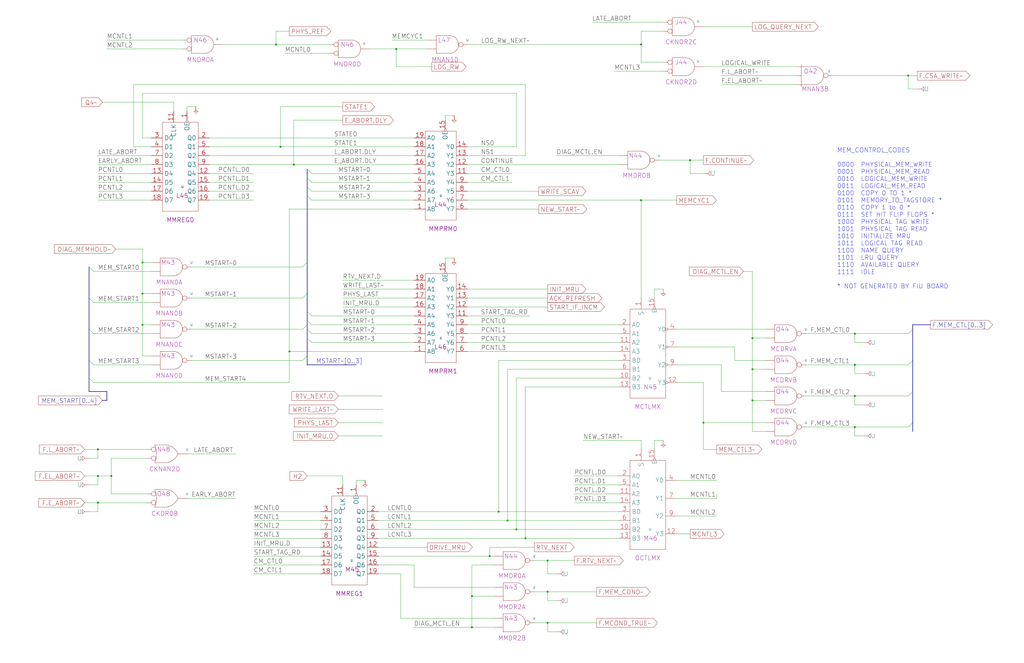
<source format=kicad_sch>
(kicad_sch (version 20220404) (generator eeschema)
  (paper "User" 584.2 378.46)
  (title_block (title "MEMORY WRITE MONITOR") (date "20-MAR-90") (rev "1.0") (comment 1 "FIU") (comment 2 "232-003065") (comment 3 "S400") (comment 4 "RELEASED"))
  (lib_symbols
    (symbol "r1000:F00" (pin_numbers hide) (pin_names hide)
      (property "Reference" "U" (at 15.24 0 0))
      (property "Value" "F00" (at 1.905 -5.08 0))
      (property "Location" "___" (at 1.905 0 0))
      (property "Name" "______" (at 2.54 -12.7 0))
      (symbol "F00_1_1"
        (pin input line (at -7.62 0 0) (length 5.08) (name "D0") (number "1"))
        (pin input line (at -7.62 -5.08 0) (length 5.08) (name "D1") (number "2"))
        (pin output line (at 15.24 -2.54 180) (length 2.54) (name "Q") (number "3"))
      )
      (symbol "F00_1_2"
        (pin input line (at -7.62 0 0) (length 2.54) (name "D0") (number "1"))
        (pin input line (at -7.62 -5.08 0) (length 2.54) (name "D1") (number "2"))
        (pin output line (at 15.24 -2.54 180) (length 5.08) (name "Q") (number "3"))
      )
    )
    (symbol "r1000:F02" (pin_numbers hide) (pin_names hide)
      (property "Reference" "U" (at 12.16 0.635 0))
      (property "Value" "F02" (at -1.27 -4.445 0))
      (property "Location" "___" (at 2.54 0 0))
      (property "Name" "______" (at 2.54 -12.7 0))
      (symbol "F02_1_1"
        (pin input line (at -7.62 0 0) (length 2.54) (name "D0") (number "1"))
        (pin input line (at -7.62 -5.08 0) (length 2.54) (name "D1") (number "2"))
        (pin output line (at 15.24 -2.54 180) (length 1.27) (name "Q") (number "3"))
      )
      (symbol "F02_1_2"
        (pin input line (at -7.62 0 0) (length 2.54) (name "D0") (number "1"))
        (pin input line (at -7.62 -5.08 0) (length 2.54) (name "D1") (number "2"))
        (pin output line (at 15.24 -2.54 180) (length 2.54) (name "Q") (number "3"))
      )
    )
    (symbol "r1000:F10" (pin_numbers hide) (pin_names hide)
      (property "Reference" "U" (at 13.335 0 0))
      (property "Value" "F10" (at 5.715 -5.08 0))
      (property "Location" "___" (at -1.27 0 0))
      (property "Name" "______" (at -2.54 -10.16 0))
      (symbol "F10_1_1"
        (pin input line (at -5.08 2.54 0) (length 2.54) (name "D0") (number "1"))
        (pin input line (at -5.08 -2.54 0) (length 2.54) (name "D1") (number "2"))
        (pin input line (at -5.08 -7.62 0) (length 2.54) (name "D2") (number "3"))
        (pin output line (at 15.24 -2.54 180) (length 2.54) (name "Q") (number "4"))
      )
      (symbol "F10_1_2"
        (pin input line (at -5.08 2.54 0) (length 0) (name "D0") (number "1"))
        (pin input line (at -5.08 -2.54 0) (length 0) (name "D1") (number "2"))
        (pin input line (at -5.08 -7.62 0) (length 0) (name "D2") (number "3"))
        (pin output line (at 15.24 -2.54 180) (length 2.54) (name "Q") (number "4"))
      )
    )
    (symbol "r1000:F157" (pin_names (offset 1.016))
      (property "Reference" "U" (at 2.54 5.08 0))
      (property "Value" "F157" (at -3.81 -5.08 0))
      (property "Location" "___" (at -1.27 0 0))
      (property "Name" "______" (at 1.27 -12.7 0))
      (symbol "F157_1_1"
        (pin input line (at -2.54 50.8 270) (length 6.35) (name "S") (number "1"))
        (pin input line (at -15.24 5.08 0) (length 6.35) (name "B2") (number "10"))
        (pin input line (at -15.24 25.4 0) (length 6.35) (name "A2") (number "11"))
        (pin output line (at 17.78 2.54 180) (length 6.35) (name "Y3") (number "12"))
        (pin input line (at -15.24 0 0) (length 6.35) (name "B3") (number "13"))
        (pin input line (at -15.24 20.32 0) (length 6.35) (name "A3") (number "14"))
        (pin input line (at 5.08 50.8 270) (length 5.08) (name "E") (number "15"))
        (pin input line (at -15.24 35.56 0) (length 6.35) (name "A0") (number "2"))
        (pin input line (at -15.24 15.24 0) (length 6.35) (name "B0") (number "3"))
        (pin output line (at 17.78 33.02 180) (length 6.35) (name "Y0") (number "4"))
        (pin input line (at -15.24 30.48 0) (length 6.35) (name "A1") (number "5"))
        (pin input line (at -15.24 10.16 0) (length 6.35) (name "B1") (number "6"))
        (pin output line (at 17.78 22.86 180) (length 6.35) (name "Y1") (number "7"))
        (pin output line (at 17.78 12.7 180) (length 6.35) (name "Y2") (number "9"))
      )
    )
    (symbol "r1000:F158" (pin_names (offset 1.016))
      (property "Reference" "U" (at 2.54 5.08 0))
      (property "Value" "F158" (at -3.81 -5.08 0))
      (property "Location" "___" (at -1.27 0 0))
      (property "Name" "______" (at 1.27 -12.7 0))
      (symbol "F158_1_1"
        (pin input line (at -2.54 50.8 270) (length 6.35) (name "S") (number "1"))
        (pin input line (at -15.24 5.08 0) (length 6.35) (name "B2") (number "10"))
        (pin input line (at -15.24 25.4 0) (length 6.35) (name "A2") (number "11"))
        (pin output line (at 17.78 2.54 180) (length 5.08) (name "Y3") (number "12"))
        (pin input line (at -15.24 0 0) (length 6.35) (name "B3") (number "13"))
        (pin input line (at -15.24 20.32 0) (length 6.35) (name "A3") (number "14"))
        (pin input line (at 5.08 50.8 270) (length 5.08) (name "E") (number "15"))
        (pin input line (at -15.24 35.56 0) (length 6.35) (name "A0") (number "2"))
        (pin input line (at -15.24 15.24 0) (length 6.35) (name "B0") (number "3"))
        (pin output line (at 17.78 33.02 180) (length 5.08) (name "Y0") (number "4"))
        (pin input line (at -15.24 30.48 0) (length 6.35) (name "A1") (number "5"))
        (pin input line (at -15.24 10.16 0) (length 6.35) (name "B1") (number "6"))
        (pin output line (at 17.78 22.86 180) (length 5.08) (name "Y1") (number "7"))
        (pin output line (at 17.78 12.7 180) (length 5.08) (name "Y2") (number "9"))
      )
    )
    (symbol "r1000:F37" (pin_numbers hide) (pin_names (offset 0) hide)
      (property "Reference" "U" (at 15.24 0 0))
      (property "Value" "F37" (at 1.905 -5.08 0))
      (property "Location" "___" (at 1.905 0 0))
      (property "Name" "______" (at 2.54 -12.7 0))
      (symbol "F37_1_1"
        (pin input line (at -7.62 0 0) (length 5.08) (name "D0") (number "1"))
        (pin input line (at -7.62 -5.08 0) (length 5.08) (name "D1") (number "2"))
        (pin output line (at 15.24 -2.54 180) (length 2.54) (name "Q") (number "3"))
      )
      (symbol "F37_1_2"
        (pin input line (at -7.62 0 0) (length 2.54) (name "D0") (number "1"))
        (pin input line (at -7.62 -5.08 0) (length 2.54) (name "D1") (number "2"))
        (pin output line (at 15.24 -2.54 180) (length 5.08) (name "Q") (number "3"))
      )
    )
    (symbol "r1000:F374" (pin_names (offset 1.016))
      (property "Reference" "U" (at 2.54 5.08 0))
      (property "Value" "F374" (at -3.81 -7.62 0))
      (property "Location" "___" (at -1.27 0 0))
      (property "Name" "______" (at 1.27 -15.24 0))
      (symbol "F374_1_1"
        (pin input line (at 5.08 48.26 270) (length 5.08) (name "OE") (number "1"))
        (pin input line (at -2.54 48.26 270) (length 6.35) (name "CLK") (number "11"))
        (pin tri_state line (at 17.78 12.7 180) (length 6.35) (name "Q4") (number "12"))
        (pin input line (at -15.24 12.7 0) (length 6.35) (name "D4") (number "13"))
        (pin input line (at -15.24 7.62 0) (length 6.35) (name "D5") (number "14"))
        (pin tri_state line (at 17.78 7.62 180) (length 6.35) (name "Q5") (number "15"))
        (pin tri_state line (at 17.78 2.54 180) (length 6.35) (name "Q6") (number "16"))
        (pin input line (at -15.24 2.54 0) (length 6.35) (name "D6") (number "17"))
        (pin input line (at -15.24 -2.54 0) (length 6.35) (name "D7") (number "18"))
        (pin tri_state line (at 17.78 -2.54 180) (length 6.35) (name "Q7") (number "19"))
        (pin tri_state line (at 17.78 33.02 180) (length 6.35) (name "Q0") (number "2"))
        (pin input line (at -15.24 33.02 0) (length 6.35) (name "D0") (number "3"))
        (pin input line (at -15.24 27.94 0) (length 6.35) (name "D1") (number "4"))
        (pin tri_state line (at 17.78 27.94 180) (length 6.35) (name "Q1") (number "5"))
        (pin tri_state line (at 17.78 22.86 180) (length 6.35) (name "Q2") (number "6"))
        (pin input line (at -15.24 22.86 0) (length 6.35) (name "D2") (number "7"))
        (pin input line (at -15.24 17.78 0) (length 6.35) (name "D3") (number "8"))
        (pin tri_state line (at 17.78 17.78 180) (length 6.35) (name "Q3") (number "9"))
      )
    )
    (symbol "r1000:GB" (pin_numbers hide) (pin_names (offset 0) hide)
      (property "Reference" "GB" (at 3.81 0 0))
      (symbol "GB_1_1"
        (pin bidirectional line (at 0 0 0) (length 2.54) (name "") (number "1"))
      )
    )
    (symbol "r1000:PAxxx" (pin_names (offset 1.016))
      (property "Reference" "U" (at 2.54 5.08 0))
      (property "Value" "PAxxx" (at -3.81 -7.62 0))
      (property "Location" "___" (at -1.27 0 0))
      (property "Name" "______" (at 3.81 -15.24 0))
      (symbol "PAxxx_1_1"
        (pin input line (at -12.7 -2.54 0) (length 6.35) (name "A8") (number "1"))
        (pin tri_state line (at 17.78 17.78 180) (length 6.35) (name "Y3") (number "11"))
        (pin tri_state line (at 17.78 22.86 180) (length 6.35) (name "Y2") (number "12"))
        (pin tri_state line (at 17.78 27.94 180) (length 6.35) (name "Y1") (number "13"))
        (pin tri_state line (at 17.78 33.02 180) (length 6.35) (name "Y0") (number "14"))
        (pin input line (at 5.08 48.26 270) (length 5.08) (name "OE") (number "15"))
        (pin input line (at -12.7 22.86 0) (length 6.35) (name "A3") (number "16"))
        (pin input line (at -12.7 27.94 0) (length 6.35) (name "A2") (number "17"))
        (pin input line (at -12.7 33.02 0) (length 6.35) (name "A1") (number "18"))
        (pin input line (at -12.7 38.1 0) (length 6.35) (name "A0") (number "19"))
        (pin input line (at -12.7 2.54 0) (length 6.35) (name "A7") (number "2"))
        (pin input line (at -12.7 7.62 0) (length 6.35) (name "A6") (number "3"))
        (pin input line (at -12.7 12.7 0) (length 6.35) (name "A5") (number "4"))
        (pin input line (at -12.7 17.78 0) (length 6.35) (name "A4") (number "5"))
        (pin tri_state line (at 17.78 -2.54 180) (length 6.35) (name "Y7") (number "6"))
        (pin tri_state line (at 17.78 2.54 180) (length 6.35) (name "Y6") (number "7"))
        (pin tri_state line (at 17.78 7.62 180) (length 6.35) (name "Y5") (number "8"))
        (pin tri_state line (at 17.78 12.7 180) (length 6.35) (name "Y4") (number "9"))
      )
    )
    (symbol "r1000:PD" (power) (pin_numbers hide) (pin_names hide) (in_bom no)
      (symbol "PD_1_1"
        (pin power_in line (at 0 0 270) (length 2.54) (name "PD") (number "1"))
      )
    )
  )
  (junction (at 393.7 91.44))
  (junction (at 294.64 302.26))
  (junction (at 279.4 317.5))
  (junction (at 487.68 243.84))
  (junction (at 157.48 25.4))
  (junction (at 165.1 200.66))
  (junction (at 429.26 228.6))
  (junction (at 487.68 190.5))
  (junction (at 312.42 337.82))
  (junction (at 63.5 271.78))
  (junction (at 429.26 193.04))
  (junction (at 81.28 167.64))
  (junction (at 401.32 241.3))
  (junction (at 226.06 27.94))
  (junction (at 299.72 307.34))
  (junction (at 365.76 114.3))
  (junction (at 289.56 297.18))
  (junction (at 365.76 25.4))
  (junction (at 160.02 83.82))
  (junction (at 269.24 340.36))
  (junction (at 167.64 93.98))
  (junction (at 284.48 292.1))
  (junction (at 81.28 149.86))
  (junction (at 55.88 287.02))
  (junction (at 312.42 355.6))
  (junction (at 55.88 256.54))
  (junction (at 312.42 320.04))
  (junction (at 487.68 208.28))
  (junction (at 81.28 185.42))
  (junction (at 269.24 358.14))
  (junction (at 487.68 226.06))
  (junction (at 55.88 271.78))
  (junction (at 429.26 210.82))
  (junction (at 518.16 43.18))
  (bus_entry (at 520.7 241.3) (size -2.54 2.54))
  (bus_entry (at 175.26 203.2) (size -2.54 2.54))
  (bus_entry (at 175.26 187.96) (size 2.54 2.54))
  (bus_entry (at 50.8 152.4) (size 2.54 2.54))
  (bus_entry (at 520.7 223.52) (size -2.54 2.54))
  (bus_entry (at 50.8 215.9) (size 2.54 2.54))
  (bus_entry (at 175.26 111.76) (size 2.54 2.54))
  (bus_entry (at 175.26 177.8) (size 2.54 2.54))
  (bus_entry (at 175.26 182.88) (size 2.54 2.54))
  (bus_entry (at 50.8 205.74) (size 2.54 2.54))
  (bus_entry (at 175.26 167.64) (size -2.54 2.54))
  (bus_entry (at 50.8 187.96) (size 2.54 2.54))
  (bus_entry (at 175.26 101.6) (size 2.54 2.54))
  (bus_entry (at 175.26 185.42) (size -2.54 2.54))
  (bus_entry (at 175.26 193.04) (size 2.54 2.54))
  (bus_entry (at 50.8 170.18) (size 2.54 2.54))
  (bus_entry (at 175.26 106.68) (size 2.54 2.54))
  (bus_entry (at 175.26 149.86) (size -2.54 2.54))
  (bus_entry (at 520.7 187.96) (size -2.54 2.54))
  (bus_entry (at 175.26 96.52) (size 2.54 2.54))
  (bus_entry (at 520.7 205.74) (size -2.54 2.54))
  (wire (pts (xy 83.82 261.62) (xy 63.5 261.62)))
  (wire (pts (xy 269.24 322.58) (xy 269.24 340.36)))
  (wire (pts (xy 281.94 322.58) (xy 269.24 322.58)))
  (wire (pts (xy 459.74 208.28) (xy 487.68 208.28)))
  (wire (pts (xy 429.26 228.6) (xy 429.26 210.82)))
  (wire (pts (xy 337.82 12.7) (xy 378.46 12.7)))
  (wire (pts (xy 55.88 99.06) (xy 86.36 99.06)))
  (wire (pts (xy 378.46 35.56) (xy 365.76 35.56)))
  (wire (pts (xy 81.28 167.64) (xy 86.36 167.64)))
  (wire (pts (xy 58.42 58.42) (xy 99.06 58.42)))
  (wire (pts (xy 55.88 292.1) (xy 55.88 287.02)))
  (wire (pts (xy 408.94 281.94) (xy 408.94 284.48)))
  (wire (pts (xy 119.38 78.74) (xy 236.22 78.74)))
  (bus (pts (xy 50.8 187.96) (xy 50.8 205.74)))
  (wire (pts (xy 401.32 99.06) (xy 393.7 99.06)))
  (wire (pts (xy 81.28 78.74) (xy 81.28 53.34)))
  (wire (pts (xy 55.88 109.22) (xy 86.36 109.22)))
  (wire (pts (xy 254 66.04) (xy 254 68.58)))
  (wire (pts (xy 266.7 93.98) (xy 353.06 93.98)))
  (wire (pts (xy 386.08 284.48) (xy 408.94 284.48)))
  (wire (pts (xy 401.32 15.24) (xy 429.26 15.24)))
  (wire (pts (xy 195.58 170.18) (xy 236.22 170.18)))
  (wire (pts (xy 177.8 195.58) (xy 236.22 195.58)))
  (wire (pts (xy 317.5 342.9) (xy 312.42 342.9)))
  (wire (pts (xy 266.7 104.14) (xy 292.1 104.14)))
  (wire (pts (xy 386.08 274.32) (xy 408.94 274.32)))
  (wire (pts (xy 386.08 294.64) (xy 408.94 294.64)))
  (wire (pts (xy 327.66 271.78) (xy 353.06 271.78)))
  (wire (pts (xy 299.72 48.26) (xy 76.2 48.26)))
  (wire (pts (xy 106.68 284.48) (xy 134.62 284.48)))
  (wire (pts (xy 167.64 68.58) (xy 167.64 93.98)))
  (wire (pts (xy 317.5 327.66) (xy 312.42 327.66)))
  (wire (pts (xy 177.8 185.42) (xy 236.22 185.42)))
  (wire (pts (xy 365.76 25.4) (xy 266.7 25.4)))
  (wire (pts (xy 436.88 241.3) (xy 401.32 241.3)))
  (wire (pts (xy 53.34 190.5) (xy 86.36 190.5)))
  (wire (pts (xy 408.94 256.54) (xy 401.32 256.54)))
  (wire (pts (xy 474.98 43.18) (xy 518.16 43.18)))
  (wire (pts (xy 144.78 317.5) (xy 182.88 317.5)))
  (wire (pts (xy 236.22 358.14) (xy 269.24 358.14)))
  (wire (pts (xy 215.9 307.34) (xy 299.72 307.34)))
  (wire (pts (xy 304.8 337.82) (xy 312.42 337.82)))
  (wire (pts (xy 215.9 327.66) (xy 228.6 327.66)))
  (wire (pts (xy 429.26 246.38) (xy 429.26 228.6)))
  (wire (pts (xy 236.22 200.66) (xy 165.1 200.66)))
  (wire (pts (xy 294.64 53.34) (xy 294.64 83.82)))
  (wire (pts (xy 81.28 203.2) (xy 81.28 185.42)))
  (wire (pts (xy 48.26 256.54) (xy 55.88 256.54)))
  (wire (pts (xy 63.5 281.94) (xy 83.82 281.94)))
  (wire (pts (xy 177.8 114.3) (xy 236.22 114.3)))
  (wire (pts (xy 269.24 340.36) (xy 281.94 340.36)))
  (wire (pts (xy 353.06 215.9) (xy 294.64 215.9)))
  (wire (pts (xy 266.7 119.38) (xy 307.34 119.38)))
  (wire (pts (xy 375.92 91.44) (xy 393.7 91.44)))
  (wire (pts (xy 228.6 327.66) (xy 228.6 353.06)))
  (wire (pts (xy 401.32 218.44) (xy 386.08 218.44)))
  (wire (pts (xy 236.22 119.38) (xy 165.1 119.38)))
  (wire (pts (xy 312.42 360.68) (xy 312.42 355.6)))
  (wire (pts (xy 144.78 327.66) (xy 182.88 327.66)))
  (wire (pts (xy 109.22 152.4) (xy 172.72 152.4)))
  (wire (pts (xy 55.88 88.9) (xy 86.36 88.9)))
  (wire (pts (xy 109.22 205.74) (xy 172.72 205.74)))
  (wire (pts (xy 487.68 195.58) (xy 487.68 190.5)))
  (wire (pts (xy 419.1 198.12) (xy 386.08 198.12)))
  (wire (pts (xy 50.8 292.1) (xy 55.88 292.1)))
  (wire (pts (xy 157.48 25.4) (xy 187.96 25.4)))
  (wire (pts (xy 487.68 226.06) (xy 518.16 226.06)))
  (wire (pts (xy 53.34 154.94) (xy 86.36 154.94)))
  (wire (pts (xy 459.74 190.5) (xy 487.68 190.5)))
  (wire (pts (xy 365.76 251.46) (xy 332.74 251.46)))
  (wire (pts (xy 411.48 223.52) (xy 411.48 208.28)))
  (wire (pts (xy 55.88 261.62) (xy 55.88 256.54)))
  (bus (pts (xy 175.26 182.88) (xy 175.26 185.42)))
  (wire (pts (xy 177.8 99.06) (xy 236.22 99.06)))
  (wire (pts (xy 266.7 175.26) (xy 312.42 175.26)))
  (wire (pts (xy 99.06 63.5) (xy 99.06 58.42)))
  (wire (pts (xy 53.34 208.28) (xy 86.36 208.28)))
  (wire (pts (xy 228.6 353.06) (xy 281.94 353.06)))
  (wire (pts (xy 50.8 261.62) (xy 55.88 261.62)))
  (wire (pts (xy 279.4 317.5) (xy 281.94 317.5)))
  (wire (pts (xy 429.26 228.6) (xy 436.88 228.6)))
  (wire (pts (xy 327.66 276.86) (xy 353.06 276.86)))
  (wire (pts (xy 279.4 312.42) (xy 304.8 312.42)))
  (wire (pts (xy 53.34 172.72) (xy 86.36 172.72)))
  (wire (pts (xy 76.2 83.82) (xy 86.36 83.82)))
  (wire (pts (xy 144.78 292.1) (xy 182.88 292.1)))
  (wire (pts (xy 60.96 22.86) (xy 104.14 22.86)))
  (wire (pts (xy 81.28 149.86) (xy 81.28 142.24)))
  (wire (pts (xy 55.88 93.98) (xy 86.36 93.98)))
  (wire (pts (xy 208.28 274.32) (xy 203.2 274.32)))
  (wire (pts (xy 365.76 114.3) (xy 386.08 114.3)))
  (wire (pts (xy 487.68 231.14) (xy 487.68 226.06)))
  (wire (pts (xy 86.36 203.2) (xy 81.28 203.2)))
  (bus (pts (xy 175.26 187.96) (xy 175.26 193.04)))
  (wire (pts (xy 81.28 185.42) (xy 86.36 185.42)))
  (bus (pts (xy 520.7 205.74) (xy 520.7 223.52)))
  (wire (pts (xy 55.88 276.86) (xy 55.88 271.78)))
  (wire (pts (xy 299.72 88.9) (xy 299.72 48.26)))
  (wire (pts (xy 294.64 302.26) (xy 353.06 302.26)))
  (wire (pts (xy 353.06 210.82) (xy 289.56 210.82)))
  (wire (pts (xy 177.8 180.34) (xy 236.22 180.34)))
  (wire (pts (xy 165.1 218.44) (xy 53.34 218.44)))
  (wire (pts (xy 119.38 109.22) (xy 144.78 109.22)))
  (wire (pts (xy 312.42 337.82) (xy 340.36 337.82)))
  (wire (pts (xy 459.74 243.84) (xy 487.68 243.84)))
  (wire (pts (xy 353.06 205.74) (xy 284.48 205.74)))
  (wire (pts (xy 195.58 271.78) (xy 175.26 271.78)))
  (bus (pts (xy 175.26 185.42) (xy 175.26 187.96)))
  (wire (pts (xy 492.76 195.58) (xy 487.68 195.58)))
  (wire (pts (xy 429.26 193.04) (xy 429.26 154.94)))
  (bus (pts (xy 58.42 228.6) (xy 60.96 228.6)))
  (wire (pts (xy 492.76 248.92) (xy 487.68 248.92)))
  (wire (pts (xy 60.96 27.94) (xy 104.14 27.94)))
  (wire (pts (xy 350.52 40.64) (xy 378.46 40.64)))
  (wire (pts (xy 157.48 17.78) (xy 157.48 25.4)))
  (wire (pts (xy 266.7 190.5) (xy 353.06 190.5)))
  (wire (pts (xy 401.32 38.1) (xy 454.66 38.1)))
  (wire (pts (xy 269.24 340.36) (xy 269.24 358.14)))
  (bus (pts (xy 60.96 228.6) (xy 60.96 223.52)))
  (wire (pts (xy 411.48 43.18) (xy 454.66 43.18)))
  (wire (pts (xy 81.28 149.86) (xy 86.36 149.86)))
  (wire (pts (xy 317.5 88.9) (xy 353.06 88.9)))
  (wire (pts (xy 48.26 271.78) (xy 55.88 271.78)))
  (wire (pts (xy 518.16 50.8) (xy 518.16 43.18)))
  (wire (pts (xy 111.76 60.96) (xy 106.68 60.96)))
  (bus (pts (xy 50.8 152.4) (xy 50.8 170.18)))
  (wire (pts (xy 327.66 287.02) (xy 353.06 287.02)))
  (wire (pts (xy 165.1 119.38) (xy 165.1 200.66)))
  (wire (pts (xy 119.38 104.14) (xy 144.78 104.14)))
  (wire (pts (xy 223.52 22.86) (xy 243.84 22.86)))
  (wire (pts (xy 119.38 114.3) (xy 144.78 114.3)))
  (wire (pts (xy 119.38 83.82) (xy 160.02 83.82)))
  (wire (pts (xy 487.68 243.84) (xy 518.16 243.84)))
  (wire (pts (xy 215.9 297.18) (xy 289.56 297.18)))
  (wire (pts (xy 215.9 322.58) (xy 236.22 322.58)))
  (wire (pts (xy 386.08 304.8) (xy 393.7 304.8)))
  (wire (pts (xy 378.46 17.78) (xy 365.76 17.78)))
  (wire (pts (xy 160.02 60.96) (xy 160.02 83.82)))
  (wire (pts (xy 254 147.32) (xy 254 149.86)))
  (wire (pts (xy 106.68 259.08) (xy 134.62 259.08)))
  (wire (pts (xy 203.2 274.32) (xy 203.2 276.86)))
  (wire (pts (xy 266.7 185.42) (xy 353.06 185.42)))
  (wire (pts (xy 195.58 165.1) (xy 236.22 165.1)))
  (bus (pts (xy 175.26 208.28) (xy 203.2 208.28)))
  (wire (pts (xy 215.9 302.26) (xy 294.64 302.26)))
  (wire (pts (xy 109.22 170.18) (xy 172.72 170.18)))
  (wire (pts (xy 365.76 17.78) (xy 365.76 25.4)))
  (wire (pts (xy 436.88 205.74) (xy 419.1 205.74)))
  (wire (pts (xy 269.24 358.14) (xy 281.94 358.14)))
  (wire (pts (xy 411.48 48.26) (xy 454.66 48.26)))
  (wire (pts (xy 63.5 261.62) (xy 63.5 271.78)))
  (bus (pts (xy 520.7 185.42) (xy 520.7 187.96)))
  (wire (pts (xy 419.1 205.74) (xy 419.1 198.12)))
  (bus (pts (xy 50.8 170.18) (xy 50.8 187.96)))
  (wire (pts (xy 266.7 200.66) (xy 353.06 200.66)))
  (wire (pts (xy 55.88 287.02) (xy 83.82 287.02)))
  (wire (pts (xy 411.48 208.28) (xy 386.08 208.28)))
  (wire (pts (xy 487.68 213.36) (xy 487.68 208.28)))
  (wire (pts (xy 299.72 307.34) (xy 353.06 307.34)))
  (wire (pts (xy 312.42 320.04) (xy 327.66 320.04)))
  (wire (pts (xy 312.42 342.9) (xy 312.42 337.82)))
  (wire (pts (xy 195.58 160.02) (xy 236.22 160.02)))
  (bus (pts (xy 175.26 167.64) (xy 175.26 177.8)))
  (wire (pts (xy 365.76 256.54) (xy 365.76 251.46)))
  (wire (pts (xy 429.26 154.94) (xy 424.18 154.94)))
  (wire (pts (xy 193.04 248.92) (xy 218.44 248.92)))
  (wire (pts (xy 317.5 360.68) (xy 312.42 360.68)))
  (bus (pts (xy 175.26 101.6) (xy 175.26 106.68)))
  (bus (pts (xy 530.86 185.42) (xy 520.7 185.42)))
  (wire (pts (xy 294.64 215.9) (xy 294.64 302.26)))
  (wire (pts (xy 195.58 68.58) (xy 167.64 68.58)))
  (wire (pts (xy 55.88 114.3) (xy 86.36 114.3)))
  (bus (pts (xy 60.96 223.52) (xy 50.8 223.52)))
  (wire (pts (xy 193.04 241.3) (xy 218.44 241.3)))
  (wire (pts (xy 365.76 170.18) (xy 365.76 114.3)))
  (wire (pts (xy 226.06 27.94) (xy 243.84 27.94)))
  (bus (pts (xy 175.26 203.2) (xy 175.26 208.28)))
  (wire (pts (xy 492.76 231.14) (xy 487.68 231.14)))
  (bus (pts (xy 175.26 106.68) (xy 175.26 111.76)))
  (wire (pts (xy 289.56 297.18) (xy 353.06 297.18)))
  (wire (pts (xy 167.64 93.98) (xy 236.22 93.98)))
  (bus (pts (xy 520.7 241.3) (xy 520.7 246.38)))
  (wire (pts (xy 299.72 220.98) (xy 299.72 307.34)))
  (bus (pts (xy 175.26 96.52) (xy 175.26 101.6)))
  (wire (pts (xy 266.7 114.3) (xy 365.76 114.3)))
  (wire (pts (xy 106.68 60.96) (xy 106.68 63.5)))
  (wire (pts (xy 144.78 307.34) (xy 182.88 307.34)))
  (wire (pts (xy 523.24 50.8) (xy 518.16 50.8)))
  (wire (pts (xy 226.06 38.1) (xy 226.06 27.94)))
  (wire (pts (xy 459.74 226.06) (xy 487.68 226.06)))
  (wire (pts (xy 284.48 292.1) (xy 353.06 292.1)))
  (wire (pts (xy 127 25.4) (xy 157.48 25.4)))
  (wire (pts (xy 266.7 99.06) (xy 292.1 99.06)))
  (wire (pts (xy 487.68 248.92) (xy 487.68 243.84)))
  (bus (pts (xy 175.26 177.8) (xy 175.26 182.88)))
  (wire (pts (xy 365.76 35.56) (xy 365.76 25.4)))
  (wire (pts (xy 144.78 312.42) (xy 182.88 312.42)))
  (wire (pts (xy 429.26 210.82) (xy 429.26 193.04)))
  (wire (pts (xy 373.38 256.54) (xy 373.38 251.46)))
  (wire (pts (xy 312.42 327.66) (xy 312.42 320.04)))
  (bus (pts (xy 520.7 223.52) (xy 520.7 241.3)))
  (wire (pts (xy 50.8 276.86) (xy 55.88 276.86)))
  (wire (pts (xy 429.26 210.82) (xy 436.88 210.82)))
  (wire (pts (xy 304.8 320.04) (xy 312.42 320.04)))
  (wire (pts (xy 518.16 43.18) (xy 523.24 43.18)))
  (bus (pts (xy 175.26 111.76) (xy 175.26 149.86)))
  (wire (pts (xy 401.32 256.54) (xy 401.32 241.3)))
  (wire (pts (xy 289.56 210.82) (xy 289.56 297.18)))
  (wire (pts (xy 81.28 185.42) (xy 81.28 167.64)))
  (wire (pts (xy 266.7 170.18) (xy 312.42 170.18)))
  (bus (pts (xy 520.7 187.96) (xy 520.7 205.74)))
  (wire (pts (xy 195.58 60.96) (xy 160.02 60.96)))
  (wire (pts (xy 393.7 99.06) (xy 393.7 91.44)))
  (wire (pts (xy 279.4 317.5) (xy 279.4 312.42)))
  (bus (pts (xy 175.26 149.86) (xy 175.26 167.64)))
  (wire (pts (xy 144.78 297.18) (xy 182.88 297.18)))
  (wire (pts (xy 492.76 213.36) (xy 487.68 213.36)))
  (wire (pts (xy 119.38 88.9) (xy 236.22 88.9)))
  (wire (pts (xy 393.7 91.44) (xy 401.32 91.44)))
  (wire (pts (xy 177.8 104.14) (xy 236.22 104.14)))
  (wire (pts (xy 401.32 241.3) (xy 401.32 218.44)))
  (wire (pts (xy 193.04 226.06) (xy 218.44 226.06)))
  (wire (pts (xy 236.22 335.28) (xy 281.94 335.28)))
  (wire (pts (xy 266.7 165.1) (xy 312.42 165.1)))
  (wire (pts (xy 162.56 30.48) (xy 187.96 30.48)))
  (wire (pts (xy 55.88 271.78) (xy 63.5 271.78)))
  (wire (pts (xy 266.7 195.58) (xy 353.06 195.58)))
  (wire (pts (xy 109.22 187.96) (xy 172.72 187.96)))
  (wire (pts (xy 236.22 322.58) (xy 236.22 335.28)))
  (wire (pts (xy 353.06 220.98) (xy 299.72 220.98)))
  (bus (pts (xy 175.26 193.04) (xy 175.26 203.2)))
  (wire (pts (xy 144.78 302.26) (xy 182.88 302.26)))
  (wire (pts (xy 327.66 281.94) (xy 353.06 281.94)))
  (wire (pts (xy 215.9 317.5) (xy 279.4 317.5)))
  (wire (pts (xy 144.78 322.58) (xy 182.88 322.58)))
  (wire (pts (xy 266.7 180.34) (xy 302.26 180.34)))
  (wire (pts (xy 373.38 165.1) (xy 378.46 165.1)))
  (wire (pts (xy 86.36 78.74) (xy 81.28 78.74)))
  (wire (pts (xy 284.48 205.74) (xy 284.48 292.1)))
  (wire (pts (xy 215.9 292.1) (xy 284.48 292.1)))
  (wire (pts (xy 81.28 53.34) (xy 294.64 53.34)))
  (wire (pts (xy 119.38 93.98) (xy 167.64 93.98)))
  (wire (pts (xy 373.38 170.18) (xy 373.38 165.1)))
  (wire (pts (xy 76.2 48.26) (xy 76.2 83.82)))
  (wire (pts (xy 55.88 256.54) (xy 83.82 256.54)))
  (wire (pts (xy 195.58 276.86) (xy 195.58 271.78)))
  (wire (pts (xy 386.08 187.96) (xy 436.88 187.96)))
  (wire (pts (xy 66.04 142.24) (xy 81.28 142.24)))
  (bus (pts (xy 50.8 205.74) (xy 50.8 215.9)))
  (wire (pts (xy 266.7 83.82) (xy 294.64 83.82)))
  (wire (pts (xy 259.08 66.04) (xy 254 66.04)))
  (bus (pts (xy 50.8 215.9) (xy 50.8 223.52)))
  (wire (pts (xy 436.88 246.38) (xy 429.26 246.38)))
  (wire (pts (xy 119.38 99.06) (xy 144.78 99.06)))
  (wire (pts (xy 373.38 251.46) (xy 378.46 251.46)))
  (wire (pts (xy 429.26 193.04) (xy 436.88 193.04)))
  (wire (pts (xy 195.58 175.26) (xy 236.22 175.26)))
  (wire (pts (xy 48.26 287.02) (xy 55.88 287.02)))
  (wire (pts (xy 266.7 109.22) (xy 307.34 109.22)))
  (wire (pts (xy 210.82 27.94) (xy 226.06 27.94)))
  (wire (pts (xy 312.42 355.6) (xy 340.36 355.6)))
  (wire (pts (xy 81.28 167.64) (xy 81.28 149.86)))
  (wire (pts (xy 215.9 312.42) (xy 243.84 312.42)))
  (wire (pts (xy 487.68 208.28) (xy 518.16 208.28)))
  (wire (pts (xy 246.38 38.1) (xy 226.06 38.1)))
  (wire (pts (xy 259.08 147.32) (xy 254 147.32)))
  (wire (pts (xy 266.7 88.9) (xy 299.72 88.9)))
  (wire (pts (xy 177.8 109.22) (xy 236.22 109.22)))
  (wire (pts (xy 193.04 233.68) (xy 218.44 233.68)))
  (wire (pts (xy 165.1 200.66) (xy 165.1 218.44)))
  (wire (pts (xy 436.88 223.52) (xy 411.48 223.52)))
  (wire (pts (xy 177.8 190.5) (xy 236.22 190.5)))
  (wire (pts (xy 55.88 104.14) (xy 86.36 104.14)))
  (wire (pts (xy 487.68 190.5) (xy 518.16 190.5)))
  (wire (pts (xy 160.02 83.82) (xy 236.22 83.82)))
  (wire (pts (xy 63.5 271.78) (xy 63.5 281.94)))
  (wire (pts (xy 304.8 355.6) (xy 312.42 355.6)))
  (wire (pts (xy 165.1 17.78) (xy 157.48 17.78)))
  (text "MEM_CONTROL_CODES\n\n0000  PHYSICAL_MEM_WRITE\n0001  PHYSICAL_MEM_READ\n0010  LOGICAL_MEM_WRITE\n0011  LOGICAL_MEM_READ\n0100  COPY 0 TO 1 *\n0101  MEMORY_TO_TAGSTORE *\n0110  COPY 1 to 0 *\n0111  SET HIT FLIP FLOPS *\n1000  PHYSICAL TAG WRITE\n1001  PHYSICAL TAG READ\n1010  INITIALIZE MRU\n1011  LOGICAL TAG READ\n1100  NAME QUERY\n1101  LRU QUERY\n1110  AVAILABLE QUERY\n1111  IDLE\n\n* NOT GENERATED BY FIU BOARD" (at 477.52 165.1 0) (effects (font (size 2.54 2.54)) (justify left bottom)))
  (label "EARLY_ABORT" (at 109.22 284.48 0) (effects (font (size 2.54 2.54))))
  (label "STATE1" (at 190.5 83.82 0) (effects (font (size 2.54 2.54))))
  (label "MCNTL1" (at 144.78 297.18 0) (effects (font (size 2.54 2.54))))
  (label "DIAG_MCTL.EN" (at 317.5 88.9 0) (effects (font (size 2.54 2.54))))
  (label "INIT_MRU.D" (at 195.58 175.26 0) (effects (font (size 2.54 2.54))))
  (label "PCNTL.D0" (at 327.66 271.78 0) (effects (font (size 2.54 2.54))))
  (label "MCNTL3" (at 144.78 307.34 0) (effects (font (size 2.54 2.54))))
  (label "MSTART~1" (at 116.84 170.18 0) (effects (font (size 2.54 2.54))))
  (label "MSTART~2" (at 116.84 187.96 0) (effects (font (size 2.54 2.54))))
  (label "MSTART~2" (at 195.58 190.5 0) (effects (font (size 2.54 2.54))))
  (label "LCNTL0" (at 220.98 292.1 0) (effects (font (size 2.54 2.54))))
  (label "PHYS_LAST" (at 195.58 170.18 0) (effects (font (size 2.54 2.54))))
  (label "MSTART~3" (at 193.04 114.3 0) (effects (font (size 2.54 2.54))))
  (label "F.MEM_CTL1" (at 462.28 208.28 0) (effects (font (size 2.54 2.54))))
  (label "MEM_START3" (at 55.88 208.28 0) (effects (font (size 2.54 2.54))))
  (label "MCNTL2" (at 393.7 294.64 0) (effects (font (size 2.54 2.54))))
  (label "MEM_START0" (at 55.88 154.94 0) (effects (font (size 2.54 2.54))))
  (label "F.MEM_CTL2" (at 462.28 226.06 0) (effects (font (size 2.54 2.54))))
  (label "MSTART~1" (at 193.04 104.14 0) (effects (font (size 2.54 2.54))))
  (label "LOG_RW_NEXT~" (at 274.32 25.4 0) (effects (font (size 2.54 2.54))))
  (label "WRITE_LAST~" (at 195.58 165.1 0) (effects (font (size 2.54 2.54))))
  (label "CM_CTL0" (at 144.78 322.58 0) (effects (font (size 2.54 2.54))))
  (label "MCNTL2" (at 144.78 302.26 0) (effects (font (size 2.54 2.54))))
  (label "PCNTL.D2" (at 124.46 109.22 0) (effects (font (size 2.54 2.54))))
  (label "CM_CTL1" (at 274.32 104.14 0) (effects (font (size 2.54 2.54))))
  (label "MCNTL2" (at 60.96 27.94 0) (effects (font (size 2.54 2.54))))
  (label "PCNTL3" (at 274.32 200.66 0) (effects (font (size 2.54 2.54))))
  (label "PCNTL.D2" (at 327.66 281.94 0) (effects (font (size 2.54 2.54))))
  (label "LCNTL2" (at 220.98 302.26 0) (effects (font (size 2.54 2.54))))
  (label "PCNTL0" (at 55.88 99.06 0) (effects (font (size 2.54 2.54))))
  (label "MSTART~0" (at 193.04 99.06 0) (effects (font (size 2.54 2.54))))
  (label "PCNTL.D1" (at 124.46 104.14 0) (effects (font (size 2.54 2.54))))
  (label "PCNTL.D1" (at 327.66 276.86 0) (effects (font (size 2.54 2.54))))
  (label "CM_CTL1" (at 144.78 327.66 0) (effects (font (size 2.54 2.54))))
  (label "MSTART~3" (at 195.58 195.58 0) (effects (font (size 2.54 2.54))))
  (label "NS1" (at 274.32 88.9 0) (effects (font (size 2.54 2.54))))
  (label "DIAG_MCTL.EN" (at 236.22 358.14 0) (effects (font (size 2.54 2.54))))
  (label "MCNTL0" (at 393.7 274.32 0) (effects (font (size 2.54 2.54))))
  (label "MCNTL0" (at 162.56 30.48 0) (effects (font (size 2.54 2.54))))
  (label "MEMCYC1" (at 223.52 22.86 0) (effects (font (size 2.54 2.54))))
  (label "MSTART~0" (at 195.58 180.34 0) (effects (font (size 2.54 2.54))))
  (label "START_TAG_RD" (at 274.32 180.34 0) (effects (font (size 2.54 2.54))))
  (label "MCNTL1" (at 60.96 22.86 0) (effects (font (size 2.54 2.54))))
  (label "START_TAG_RD" (at 144.78 317.5 0) (effects (font (size 2.54 2.54))))
  (label "STATE0" (at 190.5 78.74 0) (effects (font (size 2.54 2.54))))
  (label "PCNTL.D3" (at 327.66 287.02 0) (effects (font (size 2.54 2.54))))
  (label "PCNTL3" (at 55.88 114.3 0) (effects (font (size 2.54 2.54))))
  (label "LATE_ABORT" (at 55.88 88.9 0) (effects (font (size 2.54 2.54))))
  (label "LOGICAL_WRITE" (at 411.48 38.1 0) (effects (font (size 2.54 2.54))))
  (label "LCNTL3" (at 220.98 307.34 0) (effects (font (size 2.54 2.54))))
  (label "MSTART~2" (at 193.04 109.22 0) (effects (font (size 2.54 2.54))))
  (label "MEM_START1" (at 55.88 172.72 0) (effects (font (size 2.54 2.54))))
  (label "EARLY_ABORT" (at 55.88 93.98 0) (effects (font (size 2.54 2.54))))
  (label "PCNTL.D0" (at 124.46 99.06 0) (effects (font (size 2.54 2.54))))
  (label "MSTART~3" (at 116.84 205.74 0) (effects (font (size 2.54 2.54))))
  (label "LATE_ABORT" (at 110.49 259.08 0) (effects (font (size 2.54 2.54))))
  (label "MSTART~1" (at 195.58 185.42 0) (effects (font (size 2.54 2.54))))
  (label "L_ABORT.DLY" (at 190.5 88.9 0) (effects (font (size 2.54 2.54))))
  (label "MCNTL3" (at 350.52 40.64 0) (effects (font (size 2.54 2.54))))
  (label "MSTART~0" (at 116.84 152.4 0) (effects (font (size 2.54 2.54))))
  (label "MCNTL1" (at 393.7 284.48 0) (effects (font (size 2.54 2.54))))
  (label "CM_CTL0" (at 274.32 99.06 0) (effects (font (size 2.54 2.54))))
  (label "INIT_MRU.D" (at 144.78 312.42 0) (effects (font (size 2.54 2.54))))
  (label "PCNTL.D3" (at 124.46 114.3 0) (effects (font (size 2.54 2.54))))
  (label "PCNTL0" (at 274.32 185.42 0) (effects (font (size 2.54 2.54))))
  (label "E_ABORT.DLY" (at 190.5 93.98 0) (effects (font (size 2.54 2.54))))
  (label "MEM_START4" (at 116.84 218.44 0) (effects (font (size 2.54 2.54))))
  (label "F.MEM_CTL3" (at 462.28 243.84 0) (effects (font (size 2.54 2.54))))
  (label "NEW_START~" (at 332.74 251.46 0) (effects (font (size 2.54 2.54))))
  (label "F.EL_ABORT~" (at 411.48 48.26 0) (effects (font (size 2.54 2.54))))
  (label "F.MEM_CTL0" (at 462.28 190.5 0) (effects (font (size 2.54 2.54))))
  (label "MEM_START2" (at 55.88 190.5 0) (effects (font (size 2.54 2.54))))
  (label "PCNTL2" (at 55.88 109.22 0) (effects (font (size 2.54 2.54))))
  (label "LATE_ABORT" (at 337.82 12.7 0) (effects (font (size 2.54 2.54))))
  (label "NS0" (at 274.32 83.82 0) (effects (font (size 2.54 2.54))))
  (label "PCNTL1" (at 274.32 190.5 0) (effects (font (size 2.54 2.54))))
  (label "CONTINUE" (at 274.32 93.98 0) (effects (font (size 2.54 2.54))))
  (label "LCNTL1" (at 220.98 297.18 0) (effects (font (size 2.54 2.54))))
  (label "PCNTL2" (at 274.32 195.58 0) (effects (font (size 2.54 2.54))))
  (label "F.L_ABORT~" (at 411.48 43.18 0) (effects (font (size 2.54 2.54))))
  (label "PCNTL1" (at 55.88 104.14 0) (effects (font (size 2.54 2.54))))
  (label "MCNTL0" (at 144.78 292.1 0) (effects (font (size 2.54 2.54))))
  (label "RTV_NEXT.D" (at 195.58 160.02 0) (effects (font (size 2.54 2.54))))
  (label "MSTART~[0..3]" (at 180.34 208.28 0) (effects (font (size 2.54 2.54))))
  (global_label "F.L_ABORT~" (shape input) (at 48.26 256.54 180) (effects (font (size 2.54 2.54))) (property "Intersheet References" "${INTERSHEET_REFS}" (at 22.3883 256.3813 0) (effects (font (size 1.905 1.905)) (justify right))))
  (global_label "NEW_START~" (shape output) (at 307.34 119.38 0) (effects (font (size 2.54 2.54))) (property "Intersheet References" "${INTERSHEET_REFS}" (at 334.7841 119.2213 0) (effects (font (size 1.905 1.905)) (justify left))))
  (global_label "PHYS_REF" (shape output) (at 165.1 17.78 0) (effects (font (size 2.54 2.54))) (property "Intersheet References" "${INTERSHEET_REFS}" (at 188.6736 17.6213 0) (effects (font (size 1.905 1.905)) (justify left))))
  (global_label "MEM_START[0..4]" (shape input) (at 58.42 228.6 180) (effects (font (size 2.54 2.54))) (property "Intersheet References" "${INTERSHEET_REFS}" (at 21.9045 228.4413 0) (effects (font (size 1.905 1.905)) (justify right))))
  (global_label "RTV_NEXT.D" (shape input) (at 193.04 226.06 180) (effects (font (size 2.54 2.54))) (property "Intersheet References" "${INTERSHEET_REFS}" (at 166.5635 225.9013 0) (effects (font (size 1.905 1.905)) (justify right))))
  (global_label "F.E_ABORT~" (shape input) (at 48.26 287.02 180) (effects (font (size 2.54 2.54))) (property "Intersheet References" "${INTERSHEET_REFS}" (at 22.1464 286.8613 0) (effects (font (size 1.905 1.905)) (justify right))))
  (global_label "DRIVE_MRU" (shape output) (at 243.84 312.42 0) (effects (font (size 2.54 2.54))) (property "Intersheet References" "${INTERSHEET_REFS}" (at 269.4698 312.2613 0) (effects (font (size 1.905 1.905)) (justify left))))
  (global_label "INIT_MRU" (shape output) (at 312.42 165.1 0) (effects (font (size 2.54 2.54))) (property "Intersheet References" "${INTERSHEET_REFS}" (at 334.3003 164.9413 0) (effects (font (size 1.905 1.905)) (justify left))))
  (global_label "STATE1" (shape output) (at 195.58 60.96 0) (effects (font (size 2.54 2.54))) (property "Intersheet References" "${INTERSHEET_REFS}" (at 213.5898 60.8013 0) (effects (font (size 1.905 1.905)) (justify left))))
  (global_label "PHYS_LAST" (shape input) (at 193.04 241.3 180) (effects (font (size 2.54 2.54))) (property "Intersheet References" "${INTERSHEET_REFS}" (at 167.894 241.1413 0) (effects (font (size 1.905 1.905)) (justify right))))
  (global_label "F.MEM_CTL[0..3]" (shape output) (at 530.86 185.42 0) (effects (font (size 2.54 2.54))) (property "Intersheet References" "${INTERSHEET_REFS}" (at 566.287 185.2613 0) (effects (font (size 1.905 1.905)) (justify left))))
  (global_label "MEMCYC1" (shape output) (at 386.08 114.3 0) (effects (font (size 2.54 2.54))) (property "Intersheet References" "${INTERSHEET_REFS}" (at 408.686 114.1413 0) (effects (font (size 1.905 1.905)) (justify left))))
  (global_label "DIAG_MCTL.EN" (shape input) (at 424.18 154.94 180) (effects (font (size 2.54 2.54))) (property "Intersheet References" "${INTERSHEET_REFS}" (at 393.3492 154.7813 0) (effects (font (size 1.905 1.905)) (justify right))))
  (global_label "Q4~" (shape input) (at 58.42 58.42 180) (effects (font (size 2.54 2.54))) (property "Intersheet References" "${INTERSHEET_REFS}" (at 46.6997 58.2613 0) (effects (font (size 1.905 1.905)) (justify right))))
  (global_label "F.MEM_COND~" (shape output) (at 340.36 337.82 0) (effects (font (size 2.54 2.54))) (property "Intersheet References" "${INTERSHEET_REFS}" (at 370.8279 337.6613 0) (effects (font (size 1.905 1.905)) (justify left))))
  (global_label "RTV_NEXT" (shape output) (at 304.8 312.42 0) (effects (font (size 2.54 2.54))) (property "Intersheet References" "${INTERSHEET_REFS}" (at 327.527 312.2613 0) (effects (font (size 1.905 1.905)) (justify left))))
  (global_label "LOG_QUERY_NEXT" (shape output) (at 429.26 15.24 0) (effects (font (size 2.54 2.54))) (property "Intersheet References" "${INTERSHEET_REFS}" (at 466.8641 15.0813 0) (effects (font (size 1.905 1.905)) (justify left))))
  (global_label "E_ABORT.DLY" (shape output) (at 195.58 68.58 0) (effects (font (size 2.54 2.54))) (property "Intersheet References" "${INTERSHEET_REFS}" (at 224.4755 68.4213 0) (effects (font (size 1.905 1.905)) (justify left))))
  (global_label "MCNTL3" (shape output) (at 393.7 304.8 0) (effects (font (size 2.54 2.54))) (property "Intersheet References" "${INTERSHEET_REFS}" (at 413.0403 304.6413 0) (effects (font (size 1.905 1.905)) (justify left))))
  (global_label "F.CONTINUE~" (shape output) (at 401.32 91.44 0) (effects (font (size 2.54 2.54))) (property "Intersheet References" "${INTERSHEET_REFS}" (at 429.9736 91.2813 0) (effects (font (size 1.905 1.905)) (justify left))))
  (global_label "DIAG_MEMHOLD~" (shape input) (at 66.04 142.24 180) (effects (font (size 2.54 2.54))) (property "Intersheet References" "${INTERSHEET_REFS}" (at 30.9759 142.0813 0) (effects (font (size 1.905 1.905)) (justify right))))
  (global_label "LOG_RW" (shape output) (at 246.38 38.1 0) (effects (font (size 2.54 2.54))) (property "Intersheet References" "${INTERSHEET_REFS}" (at 265.8412 37.9413 0) (effects (font (size 1.905 1.905)) (justify left))))
  (global_label "INIT_MRU.D" (shape input) (at 193.04 248.92 180) (effects (font (size 2.54 2.54))) (property "Intersheet References" "${INTERSHEET_REFS}" (at 167.4102 248.7613 0) (effects (font (size 1.905 1.905)) (justify right))))
  (global_label "F.RTV_NEXT~" (shape output) (at 327.66 320.04 0) (effects (font (size 2.54 2.54))) (property "Intersheet References" "${INTERSHEET_REFS}" (at 355.5879 319.8813 0) (effects (font (size 1.905 1.905)) (justify left))))
  (global_label "H2" (shape input) (at 175.26 271.78 180) (effects (font (size 2.54 2.54))) (property "Intersheet References" "${INTERSHEET_REFS}" (at 165.354 271.6213 0) (effects (font (size 1.905 1.905)) (justify right))))
  (global_label "WRITE_SCAV" (shape output) (at 307.34 109.22 0) (effects (font (size 2.54 2.54))) (property "Intersheet References" "${INTERSHEET_REFS}" (at 334.3003 109.0613 0) (effects (font (size 1.905 1.905)) (justify left))))
  (global_label "ACK_REFRESH" (shape output) (at 312.42 170.18 0) (effects (font (size 2.54 2.54))) (property "Intersheet References" "${INTERSHEET_REFS}" (at 343.3717 170.0213 0) (effects (font (size 1.905 1.905)) (justify left))))
  (global_label "F.EL_ABORT~" (shape input) (at 48.26 271.78 180) (effects (font (size 2.54 2.54))) (property "Intersheet References" "${INTERSHEET_REFS}" (at 20.0902 271.6213 0) (effects (font (size 1.905 1.905)) (justify right))))
  (global_label "MEM_CTL3~" (shape output) (at 408.94 256.54 0) (effects (font (size 2.54 2.54))) (property "Intersheet References" "${INTERSHEET_REFS}" (at 434.5698 256.3813 0) (effects (font (size 1.905 1.905)) (justify left))))
  (global_label "WRITE_LAST~" (shape input) (at 193.04 233.68 180) (effects (font (size 2.54 2.54))) (property "Intersheet References" "${INTERSHEET_REFS}" (at 164.9911 233.5213 0) (effects (font (size 1.905 1.905)) (justify right))))
  (global_label "F.CSA_WRITE~" (shape output) (at 523.24 43.18 0) (effects (font (size 2.54 2.54))) (property "Intersheet References" "${INTERSHEET_REFS}" (at 553.2241 43.0213 0) (effects (font (size 1.905 1.905)) (justify left))))
  (global_label "START_IF_INCM" (shape output) (at 312.42 175.26 0) (effects (font (size 2.54 2.54))) (property "Intersheet References" "${INTERSHEET_REFS}" (at 344.8231 175.1013 0) (effects (font (size 1.905 1.905)) (justify left))))
  (global_label "F.MCOND_TRUE~" (shape output) (at 340.36 355.6 0) (effects (font (size 2.54 2.54))) (property "Intersheet References" "${INTERSHEET_REFS}" (at 375.0612 355.4413 0) (effects (font (size 1.905 1.905)) (justify left))))
  (symbol (lib_id "r1000:F37") (at 91.44 281.94 0) (unit 1) (convert 2)
    (default_instance (reference "U") (unit 1) (value "") (footprint ""))
    (property "Reference" "U" (at 106.68 281.94 0))
    (property "Location" "O48" (at 93.345 281.94 0) (effects (font (size 2.54 2.54))))
    (property "Name" "CKDR0B" (at 93.98 294.64 0) (effects (font (size 2.54 2.54)) (justify bottom)))
  )
  (symbol (lib_id "r1000:F00") (at 93.98 149.86 0) (unit 1)
    (default_instance (reference "U") (unit 1) (value "") (footprint ""))
    (property "Reference" "U" (at 109.22 149.86 0))
    (property "Location" "M43" (at 95.885 149.86 0) (effects (font (size 2.54 2.54))))
    (property "Name" "MNAN0A" (at 96.52 162.56 0) (effects (font (size 2.54 2.54)) (justify bottom)))
  )
  (symbol (lib_id "r1000:GB") (at 492.76 231.14 0) (unit 1)
    (default_instance (reference "U") (unit 1) (value "") (footprint ""))
    (property "Reference" "U" (at 496.57 231.14 0) (effects (font (size 2.54 2.54)) (justify left)))
  )
  (symbol (lib_id "r1000:F374") (at 198.12 325.12 0) (unit 1)
    (default_instance (reference "U") (unit 1) (value "") (footprint ""))
    (property "Reference" "U" (at 200.66 320.04 0))
    (property "Location" "M45" (at 196.85 325.12 0) (effects (font (size 2.54 2.54)) (justify left)))
    (property "Name" "MMREG1" (at 199.39 340.36 0) (effects (font (size 2.54 2.54)) (justify bottom)))
  )
  (symbol (lib_id "r1000:F37") (at 444.5 205.74 0) (unit 1)
    (default_instance (reference "U") (unit 1) (value "") (footprint ""))
    (property "Reference" "U" (at 459.74 205.74 0))
    (property "Location" "O44" (at 446.405 205.74 0) (effects (font (size 2.54 2.54))))
    (property "Name" "MCDRVB" (at 447.04 218.44 0) (effects (font (size 2.54 2.54)) (justify bottom)))
  )
  (symbol (lib_id "r1000:F37") (at 289.56 335.28 0) (unit 1)
    (default_instance (reference "U") (unit 1) (value "") (footprint ""))
    (property "Reference" "U" (at 304.8 335.28 0))
    (property "Location" "N43" (at 291.465 335.28 0) (effects (font (size 2.54 2.54))))
    (property "Name" "MMDR2A" (at 292.1 347.98 0) (effects (font (size 2.54 2.54)) (justify bottom)))
  )
  (symbol (lib_id "r1000:F00") (at 93.98 167.64 0) (unit 1)
    (default_instance (reference "U") (unit 1) (value "") (footprint ""))
    (property "Reference" "U" (at 109.22 167.64 0))
    (property "Location" "M43" (at 95.885 167.64 0) (effects (font (size 2.54 2.54))))
    (property "Name" "MNAN0B" (at 96.52 180.34 0) (effects (font (size 2.54 2.54)) (justify bottom)))
  )
  (symbol (lib_id "r1000:GB") (at 492.76 195.58 0) (unit 1)
    (default_instance (reference "U") (unit 1) (value "") (footprint ""))
    (property "Reference" "U" (at 496.57 195.58 0) (effects (font (size 2.54 2.54)) (justify left)))
  )
  (symbol (lib_id "r1000:PAxxx") (at 248.92 116.84 0) (unit 1)
    (default_instance (reference "U") (unit 1) (value "") (footprint ""))
    (property "Reference" "U" (at 251.46 111.76 0))
    (property "Location" "L44" (at 247.65 116.84 0) (effects (font (size 2.54 2.54)) (justify left)))
    (property "Name" "MMPRM0" (at 252.73 132.08 0) (effects (font (size 2.54 2.54)) (justify bottom)))
  )
  (symbol (lib_id "r1000:F00") (at 93.98 185.42 0) (unit 1)
    (default_instance (reference "U") (unit 1) (value "") (footprint ""))
    (property "Reference" "U" (at 109.22 185.42 0))
    (property "Location" "M43" (at 95.885 185.42 0) (effects (font (size 2.54 2.54))))
    (property "Name" "MNAN0C" (at 96.52 198.12 0) (effects (font (size 2.54 2.54)) (justify bottom)))
  )
  (symbol (lib_id "r1000:F37") (at 289.56 353.06 0) (unit 1)
    (default_instance (reference "U") (unit 1) (value "") (footprint ""))
    (property "Reference" "U" (at 304.8 353.06 0))
    (property "Location" "N43" (at 291.465 353.06 0) (effects (font (size 2.54 2.54))))
    (property "Name" "MMDR2B" (at 292.1 365.76 0) (effects (font (size 2.54 2.54)) (justify bottom)))
  )
  (symbol (lib_id "r1000:F00") (at 91.44 256.54 0) (unit 1) (convert 2)
    (default_instance (reference "U") (unit 1) (value "") (footprint ""))
    (property "Reference" "U" (at 106.68 256.54 0))
    (property "Location" "N48" (at 93.345 256.54 0) (effects (font (size 2.54 2.54))))
    (property "Name" "CKNAN2D" (at 93.98 269.24 0) (effects (font (size 2.54 2.54)) (justify bottom)))
  )
  (symbol (lib_id "r1000:F02") (at 111.76 22.86 0) (unit 1) (convert 2)
    (default_instance (reference "U") (unit 1) (value "") (footprint ""))
    (property "Reference" "U" (at 123.92 22.225 0))
    (property "Location" "N46" (at 114.3 22.86 0) (effects (font (size 2.54 2.54))))
    (property "Name" "MNOR0A" (at 114.3 35.56 0) (effects (font (size 2.54 2.54)) (justify bottom)))
  )
  (symbol (lib_id "r1000:GB") (at 492.76 248.92 0) (unit 1)
    (default_instance (reference "U") (unit 1) (value "") (footprint ""))
    (property "Reference" "U" (at 496.57 248.92 0) (effects (font (size 2.54 2.54)) (justify left)))
  )
  (symbol (lib_id "r1000:GB") (at 492.76 213.36 0) (unit 1)
    (default_instance (reference "U") (unit 1) (value "") (footprint ""))
    (property "Reference" "U" (at 496.57 213.36 0) (effects (font (size 2.54 2.54)) (justify left)))
  )
  (symbol (lib_id "r1000:F37") (at 444.5 223.52 0) (unit 1)
    (default_instance (reference "U") (unit 1) (value "") (footprint ""))
    (property "Reference" "U" (at 459.74 223.52 0))
    (property "Location" "O44" (at 446.405 223.52 0) (effects (font (size 2.54 2.54))))
    (property "Name" "MCDRVC" (at 447.04 236.22 0) (effects (font (size 2.54 2.54)) (justify bottom)))
  )
  (symbol (lib_id "r1000:F00") (at 251.46 22.86 0) (unit 1)
    (default_instance (reference "U") (unit 1) (value "") (footprint ""))
    (property "Reference" "U" (at 266.7 22.86 0))
    (property "Location" "L47" (at 253.365 22.86 0) (effects (font (size 2.54 2.54))))
    (property "Name" "MNAN1D" (at 254 35.56 0) (effects (font (size 2.54 2.54)) (justify bottom)))
  )
  (symbol (lib_id "r1000:F00") (at 93.98 203.2 0) (unit 1)
    (default_instance (reference "U") (unit 1) (value "") (footprint ""))
    (property "Reference" "U" (at 109.22 203.2 0))
    (property "Location" "M43" (at 95.885 203.2 0) (effects (font (size 2.54 2.54))))
    (property "Name" "MNAN0D" (at 96.52 215.9 0) (effects (font (size 2.54 2.54)) (justify bottom)))
  )
  (symbol (lib_id "r1000:GB") (at 50.8 276.86 0) (mirror y) (unit 1)
    (default_instance (reference "U") (unit 1) (value "") (footprint ""))
    (property "Reference" "U" (at 46.99 276.86 0) (effects (font (size 2.54 2.54)) (justify left)))
  )
  (symbol (lib_id "r1000:F374") (at 101.6 111.76 0) (unit 1)
    (default_instance (reference "U") (unit 1) (value "") (footprint ""))
    (property "Reference" "U" (at 104.14 106.68 0))
    (property "Location" "L45" (at 100.33 111.76 0) (effects (font (size 2.54 2.54)) (justify left)))
    (property "Name" "MMREG0" (at 102.87 127 0) (effects (font (size 2.54 2.54)) (justify bottom)))
  )
  (symbol (lib_id "r1000:PD") (at 378.46 165.1 0) (unit 1) (in_bom no)
    (default_instance (reference "U") (unit 1) (value "") (footprint ""))
    (property "Reference" "U" (effects hide))
  )
  (symbol (lib_id "r1000:F158") (at 368.3 220.98 0) (unit 1)
    (default_instance (reference "U") (unit 1) (value "") (footprint ""))
    (property "Reference" "U" (at 370.84 215.9 0))
    (property "Location" "N45" (at 367.03 220.98 0) (effects (font (size 2.54 2.54)) (justify left)))
    (property "Name" "MCTLMX" (at 369.57 233.68 0) (effects (font (size 2.54 2.54)) (justify bottom)))
  )
  (symbol (lib_id "r1000:PD") (at 378.46 251.46 0) (unit 1) (in_bom no)
    (default_instance (reference "U") (unit 1) (value "") (footprint ""))
    (property "Reference" "U" (effects hide))
  )
  (symbol (lib_id "r1000:F02") (at 386.08 35.56 0) (unit 1) (convert 2)
    (default_instance (reference "U") (unit 1) (value "") (footprint ""))
    (property "Reference" "U" (at 398.24 34.925 0))
    (property "Location" "J44" (at 388.62 35.56 0) (effects (font (size 2.54 2.54))))
    (property "Name" "CKNOR2D" (at 388.62 48.26 0) (effects (font (size 2.54 2.54)) (justify bottom)))
  )
  (symbol (lib_id "r1000:F37") (at 444.5 187.96 0) (unit 1)
    (default_instance (reference "U") (unit 1) (value "") (footprint ""))
    (property "Reference" "U" (at 459.74 187.96 0))
    (property "Location" "O44" (at 446.405 187.96 0) (effects (font (size 2.54 2.54))))
    (property "Name" "MCDRVA" (at 447.04 200.66 0) (effects (font (size 2.54 2.54)) (justify bottom)))
  )
  (symbol (lib_id "r1000:PAxxx") (at 248.92 198.12 0) (unit 1)
    (default_instance (reference "U") (unit 1) (value "") (footprint ""))
    (property "Reference" "U" (at 251.46 193.04 0))
    (property "Location" "L46" (at 247.65 198.12 0) (effects (font (size 2.54 2.54)) (justify left)))
    (property "Name" "MMPRM1" (at 252.73 213.36 0) (effects (font (size 2.54 2.54)) (justify bottom)))
  )
  (symbol (lib_id "r1000:F02") (at 195.58 25.4 0) (unit 1) (convert 2)
    (default_instance (reference "U") (unit 1) (value "") (footprint ""))
    (property "Reference" "U" (at 207.74 24.765 0))
    (property "Location" "N46" (at 198.12 25.4 0) (effects (font (size 2.54 2.54))))
    (property "Name" "MNOR0D" (at 198.12 38.1 0) (effects (font (size 2.54 2.54)) (justify bottom)))
  )
  (symbol (lib_id "r1000:PD") (at 259.08 66.04 0) (unit 1) (in_bom no)
    (default_instance (reference "U") (unit 1) (value "") (footprint ""))
    (property "Reference" "U" (effects hide))
  )
  (symbol (lib_id "r1000:F37") (at 289.56 317.5 0) (unit 1)
    (default_instance (reference "U") (unit 1) (value "") (footprint ""))
    (property "Reference" "U" (at 304.8 317.5 0))
    (property "Location" "N44" (at 291.465 317.5 0) (effects (font (size 2.54 2.54))))
    (property "Name" "MMDR0A" (at 292.1 330.2 0) (effects (font (size 2.54 2.54)) (justify bottom)))
  )
  (symbol (lib_id "r1000:GB") (at 50.8 292.1 0) (mirror y) (unit 1)
    (default_instance (reference "U") (unit 1) (value "") (footprint ""))
    (property "Reference" "U" (at 46.99 292.1 0) (effects (font (size 2.54 2.54)) (justify left)))
  )
  (symbol (lib_id "r1000:PD") (at 259.08 147.32 0) (unit 1) (in_bom no)
    (default_instance (reference "U") (unit 1) (value "") (footprint ""))
    (property "Reference" "U" (effects hide))
  )
  (symbol (lib_id "r1000:F37") (at 444.5 241.3 0) (unit 1)
    (default_instance (reference "U") (unit 1) (value "") (footprint ""))
    (property "Reference" "U" (at 459.74 241.3 0))
    (property "Location" "O44" (at 446.405 241.3 0) (effects (font (size 2.54 2.54))))
    (property "Name" "MCDRVD" (at 447.04 254 0) (effects (font (size 2.54 2.54)) (justify bottom)))
  )
  (symbol (lib_id "r1000:GB") (at 317.5 360.68 0) (unit 1)
    (default_instance (reference "U") (unit 1) (value "") (footprint ""))
    (property "Reference" "U" (at 321.31 360.68 0) (effects (font (size 2.54 2.54)) (justify left)))
  )
  (symbol (lib_id "r1000:PD") (at 208.28 274.32 0) (unit 1) (in_bom no)
    (default_instance (reference "U") (unit 1) (value "") (footprint ""))
    (property "Reference" "U" (effects hide))
  )
  (symbol (lib_id "r1000:F02") (at 386.08 12.7 0) (unit 1) (convert 2)
    (default_instance (reference "U") (unit 1) (value "") (footprint ""))
    (property "Reference" "U" (at 398.24 12.065 0))
    (property "Location" "J44" (at 388.62 12.7 0) (effects (font (size 2.54 2.54))))
    (property "Name" "CKNOR2C" (at 388.62 25.4 0) (effects (font (size 2.54 2.54)) (justify bottom)))
  )
  (symbol (lib_id "r1000:GB") (at 50.8 261.62 0) (mirror y) (unit 1)
    (default_instance (reference "U") (unit 1) (value "") (footprint ""))
    (property "Reference" "U" (at 46.99 261.62 0) (effects (font (size 2.54 2.54)) (justify left)))
  )
  (symbol (lib_id "r1000:F10") (at 459.74 40.64 0) (unit 1)
    (default_instance (reference "U") (unit 1) (value "") (footprint ""))
    (property "Reference" "U" (at 473.075 40.64 0))
    (property "Location" "O42" (at 458.47 40.64 0) (effects (font (size 2.54 2.54)) (justify left)))
    (property "Name" "MNAN3B" (at 457.2 50.8 0) (effects (font (size 2.54 2.54)) (justify left)))
  )
  (symbol (lib_id "r1000:GB") (at 401.32 99.06 0) (unit 1)
    (default_instance (reference "U") (unit 1) (value "") (footprint ""))
    (property "Reference" "U" (at 405.13 99.06 0) (effects (font (size 2.54 2.54)) (justify left)))
  )
  (symbol (lib_id "r1000:GB") (at 317.5 327.66 0) (unit 1)
    (default_instance (reference "U") (unit 1) (value "") (footprint ""))
    (property "Reference" "U" (at 321.31 327.66 0) (effects (font (size 2.54 2.54)) (justify left)))
  )
  (symbol (lib_id "r1000:GB") (at 317.5 342.9 0) (unit 1)
    (default_instance (reference "U") (unit 1) (value "") (footprint ""))
    (property "Reference" "U" (at 321.31 342.9 0) (effects (font (size 2.54 2.54)) (justify left)))
  )
  (symbol (lib_id "r1000:F157") (at 368.3 307.34 0) (unit 1)
    (default_instance (reference "U") (unit 1) (value "") (footprint ""))
    (property "Reference" "U" (at 370.84 302.26 0))
    (property "Location" "M46" (at 367.03 307.34 0) (effects (font (size 2.54 2.54)) (justify left)))
    (property "Name" "OCTLMX" (at 369.57 320.04 0) (effects (font (size 2.54 2.54)) (justify bottom)))
  )
  (symbol (lib_id "r1000:PD") (at 111.76 60.96 0) (unit 1) (in_bom no)
    (default_instance (reference "U") (unit 1) (value "") (footprint ""))
    (property "Reference" "U" (effects hide))
  )
  (symbol (lib_id "r1000:GB") (at 523.24 50.8 0) (unit 1)
    (default_instance (reference "U") (unit 1) (value "") (footprint ""))
    (property "Reference" "U" (at 527.05 50.8 0) (effects (font (size 2.54 2.54)) (justify left)))
  )
  (symbol (lib_id "r1000:F37") (at 360.68 88.9 0) (unit 1)
    (default_instance (reference "U") (unit 1) (value "") (footprint ""))
    (property "Reference" "U" (at 375.92 88.9 0))
    (property "Location" "N44" (at 362.585 88.9 0) (effects (font (size 2.54 2.54))))
    (property "Name" "MMDR0B" (at 363.22 101.6 0) (effects (font (size 2.54 2.54)) (justify bottom)))
  )
)
</source>
